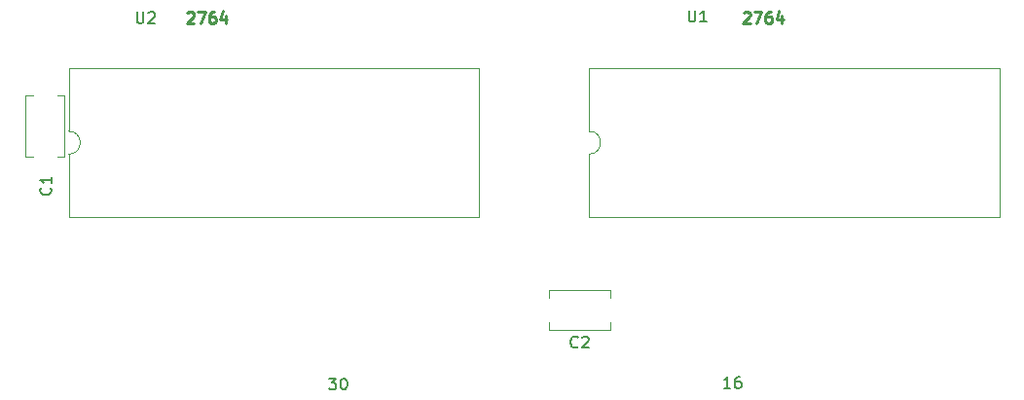
<source format=gbr>
%TF.GenerationSoftware,KiCad,Pcbnew,(5.1.8)-1*%
%TF.CreationDate,2021-01-24T18:09:35+01:00*%
%TF.ProjectId,Alphatronic_PC8_ROM-Modul,416c7068-6174-4726-9f6e-69635f504338,2*%
%TF.SameCoordinates,Original*%
%TF.FileFunction,Legend,Top*%
%TF.FilePolarity,Positive*%
%FSLAX46Y46*%
G04 Gerber Fmt 4.6, Leading zero omitted, Abs format (unit mm)*
G04 Created by KiCad (PCBNEW (5.1.8)-1) date 2021-01-24 18:09:35*
%MOMM*%
%LPD*%
G01*
G04 APERTURE LIST*
%ADD10C,0.150000*%
%ADD11C,0.250000*%
%ADD12C,0.120000*%
G04 APERTURE END LIST*
D10*
X130127476Y-113752380D02*
X130746523Y-113752380D01*
X130413190Y-114133333D01*
X130556047Y-114133333D01*
X130651285Y-114180952D01*
X130698904Y-114228571D01*
X130746523Y-114323809D01*
X130746523Y-114561904D01*
X130698904Y-114657142D01*
X130651285Y-114704761D01*
X130556047Y-114752380D01*
X130270333Y-114752380D01*
X130175095Y-114704761D01*
X130127476Y-114657142D01*
X131365571Y-113752380D02*
X131460809Y-113752380D01*
X131556047Y-113800000D01*
X131603666Y-113847619D01*
X131651285Y-113942857D01*
X131698904Y-114133333D01*
X131698904Y-114371428D01*
X131651285Y-114561904D01*
X131603666Y-114657142D01*
X131556047Y-114704761D01*
X131460809Y-114752380D01*
X131365571Y-114752380D01*
X131270333Y-114704761D01*
X131222714Y-114657142D01*
X131175095Y-114561904D01*
X131127476Y-114371428D01*
X131127476Y-114133333D01*
X131175095Y-113942857D01*
X131222714Y-113847619D01*
X131270333Y-113800000D01*
X131365571Y-113752380D01*
X165036523Y-114625380D02*
X164465095Y-114625380D01*
X164750809Y-114625380D02*
X164750809Y-113625380D01*
X164655571Y-113768238D01*
X164560333Y-113863476D01*
X164465095Y-113911095D01*
X165893666Y-113625380D02*
X165703190Y-113625380D01*
X165607952Y-113673000D01*
X165560333Y-113720619D01*
X165465095Y-113863476D01*
X165417476Y-114053952D01*
X165417476Y-114434904D01*
X165465095Y-114530142D01*
X165512714Y-114577761D01*
X165607952Y-114625380D01*
X165798428Y-114625380D01*
X165893666Y-114577761D01*
X165941285Y-114530142D01*
X165988904Y-114434904D01*
X165988904Y-114196809D01*
X165941285Y-114101571D01*
X165893666Y-114053952D01*
X165798428Y-114006333D01*
X165607952Y-114006333D01*
X165512714Y-114053952D01*
X165465095Y-114101571D01*
X165417476Y-114196809D01*
D11*
X117792714Y-81970619D02*
X117840333Y-81923000D01*
X117935571Y-81875380D01*
X118173666Y-81875380D01*
X118268904Y-81923000D01*
X118316523Y-81970619D01*
X118364142Y-82065857D01*
X118364142Y-82161095D01*
X118316523Y-82303952D01*
X117745095Y-82875380D01*
X118364142Y-82875380D01*
X118697476Y-81875380D02*
X119364142Y-81875380D01*
X118935571Y-82875380D01*
X120173666Y-81875380D02*
X119983190Y-81875380D01*
X119887952Y-81923000D01*
X119840333Y-81970619D01*
X119745095Y-82113476D01*
X119697476Y-82303952D01*
X119697476Y-82684904D01*
X119745095Y-82780142D01*
X119792714Y-82827761D01*
X119887952Y-82875380D01*
X120078428Y-82875380D01*
X120173666Y-82827761D01*
X120221285Y-82780142D01*
X120268904Y-82684904D01*
X120268904Y-82446809D01*
X120221285Y-82351571D01*
X120173666Y-82303952D01*
X120078428Y-82256333D01*
X119887952Y-82256333D01*
X119792714Y-82303952D01*
X119745095Y-82351571D01*
X119697476Y-82446809D01*
X121126047Y-82208714D02*
X121126047Y-82875380D01*
X120887952Y-81827761D02*
X120649857Y-82542047D01*
X121268904Y-82542047D01*
X166179714Y-81970619D02*
X166227333Y-81923000D01*
X166322571Y-81875380D01*
X166560666Y-81875380D01*
X166655904Y-81923000D01*
X166703523Y-81970619D01*
X166751142Y-82065857D01*
X166751142Y-82161095D01*
X166703523Y-82303952D01*
X166132095Y-82875380D01*
X166751142Y-82875380D01*
X167084476Y-81875380D02*
X167751142Y-81875380D01*
X167322571Y-82875380D01*
X168560666Y-81875380D02*
X168370190Y-81875380D01*
X168274952Y-81923000D01*
X168227333Y-81970619D01*
X168132095Y-82113476D01*
X168084476Y-82303952D01*
X168084476Y-82684904D01*
X168132095Y-82780142D01*
X168179714Y-82827761D01*
X168274952Y-82875380D01*
X168465428Y-82875380D01*
X168560666Y-82827761D01*
X168608285Y-82780142D01*
X168655904Y-82684904D01*
X168655904Y-82446809D01*
X168608285Y-82351571D01*
X168560666Y-82303952D01*
X168465428Y-82256333D01*
X168274952Y-82256333D01*
X168179714Y-82303952D01*
X168132095Y-82351571D01*
X168084476Y-82446809D01*
X169513047Y-82208714D02*
X169513047Y-82875380D01*
X169274952Y-81827761D02*
X169036857Y-82542047D01*
X169655904Y-82542047D01*
D12*
%TO.C,C1*%
X103689000Y-94531000D02*
X103689000Y-89191000D01*
X107131000Y-94531000D02*
X107131000Y-89191000D01*
X103689000Y-94531000D02*
X104355000Y-94531000D01*
X106465000Y-94531000D02*
X107131000Y-94531000D01*
X103689000Y-89191000D02*
X104355000Y-89191000D01*
X106465000Y-89191000D02*
X107131000Y-89191000D01*
%TO.C,C2*%
X149262000Y-106768000D02*
X149262000Y-106102000D01*
X149262000Y-109544000D02*
X149262000Y-108878000D01*
X154602000Y-106768000D02*
X154602000Y-106102000D01*
X154602000Y-109544000D02*
X154602000Y-108878000D01*
X154602000Y-106102000D02*
X149262000Y-106102000D01*
X154602000Y-109544000D02*
X149262000Y-109544000D01*
%TO.C,U1*%
X152746400Y-94268800D02*
X152746400Y-99728800D01*
X152746400Y-99728800D02*
X188426400Y-99728800D01*
X188426400Y-99728800D02*
X188426400Y-86808800D01*
X188426400Y-86808800D02*
X152746400Y-86808800D01*
X152746400Y-86808800D02*
X152746400Y-92268800D01*
X152746400Y-92268800D02*
G75*
G02*
X152746400Y-94268800I0J-1000000D01*
G01*
%TO.C,U2*%
X107483600Y-86808800D02*
X107483600Y-92268800D01*
X143163600Y-86808800D02*
X107483600Y-86808800D01*
X143163600Y-99728800D02*
X143163600Y-86808800D01*
X107483600Y-99728800D02*
X143163600Y-99728800D01*
X107483600Y-94268800D02*
X107483600Y-99728800D01*
X107483600Y-92268800D02*
G75*
G02*
X107483600Y-94268800I0J-1000000D01*
G01*
%TO.C,C1*%
D10*
X105894142Y-97194666D02*
X105941761Y-97242285D01*
X105989380Y-97385142D01*
X105989380Y-97480380D01*
X105941761Y-97623238D01*
X105846523Y-97718476D01*
X105751285Y-97766095D01*
X105560809Y-97813714D01*
X105417952Y-97813714D01*
X105227476Y-97766095D01*
X105132238Y-97718476D01*
X105037000Y-97623238D01*
X104989380Y-97480380D01*
X104989380Y-97385142D01*
X105037000Y-97242285D01*
X105084619Y-97194666D01*
X105989380Y-96242285D02*
X105989380Y-96813714D01*
X105989380Y-96528000D02*
X104989380Y-96528000D01*
X105132238Y-96623238D01*
X105227476Y-96718476D01*
X105275095Y-96813714D01*
%TO.C,C2*%
X151765333Y-111030142D02*
X151717714Y-111077761D01*
X151574857Y-111125380D01*
X151479619Y-111125380D01*
X151336761Y-111077761D01*
X151241523Y-110982523D01*
X151193904Y-110887285D01*
X151146285Y-110696809D01*
X151146285Y-110553952D01*
X151193904Y-110363476D01*
X151241523Y-110268238D01*
X151336761Y-110173000D01*
X151479619Y-110125380D01*
X151574857Y-110125380D01*
X151717714Y-110173000D01*
X151765333Y-110220619D01*
X152146285Y-110220619D02*
X152193904Y-110173000D01*
X152289142Y-110125380D01*
X152527238Y-110125380D01*
X152622476Y-110173000D01*
X152670095Y-110220619D01*
X152717714Y-110315857D01*
X152717714Y-110411095D01*
X152670095Y-110553952D01*
X152098666Y-111125380D01*
X152717714Y-111125380D01*
%TO.C,U1*%
X161417095Y-81748380D02*
X161417095Y-82557904D01*
X161464714Y-82653142D01*
X161512333Y-82700761D01*
X161607571Y-82748380D01*
X161798047Y-82748380D01*
X161893285Y-82700761D01*
X161940904Y-82653142D01*
X161988523Y-82557904D01*
X161988523Y-81748380D01*
X162988523Y-82748380D02*
X162417095Y-82748380D01*
X162702809Y-82748380D02*
X162702809Y-81748380D01*
X162607571Y-81891238D01*
X162512333Y-81986476D01*
X162417095Y-82034095D01*
%TO.C,U2*%
X113411095Y-81875380D02*
X113411095Y-82684904D01*
X113458714Y-82780142D01*
X113506333Y-82827761D01*
X113601571Y-82875380D01*
X113792047Y-82875380D01*
X113887285Y-82827761D01*
X113934904Y-82780142D01*
X113982523Y-82684904D01*
X113982523Y-81875380D01*
X114411095Y-81970619D02*
X114458714Y-81923000D01*
X114553952Y-81875380D01*
X114792047Y-81875380D01*
X114887285Y-81923000D01*
X114934904Y-81970619D01*
X114982523Y-82065857D01*
X114982523Y-82161095D01*
X114934904Y-82303952D01*
X114363476Y-82875380D01*
X114982523Y-82875380D01*
%TD*%
M02*

</source>
